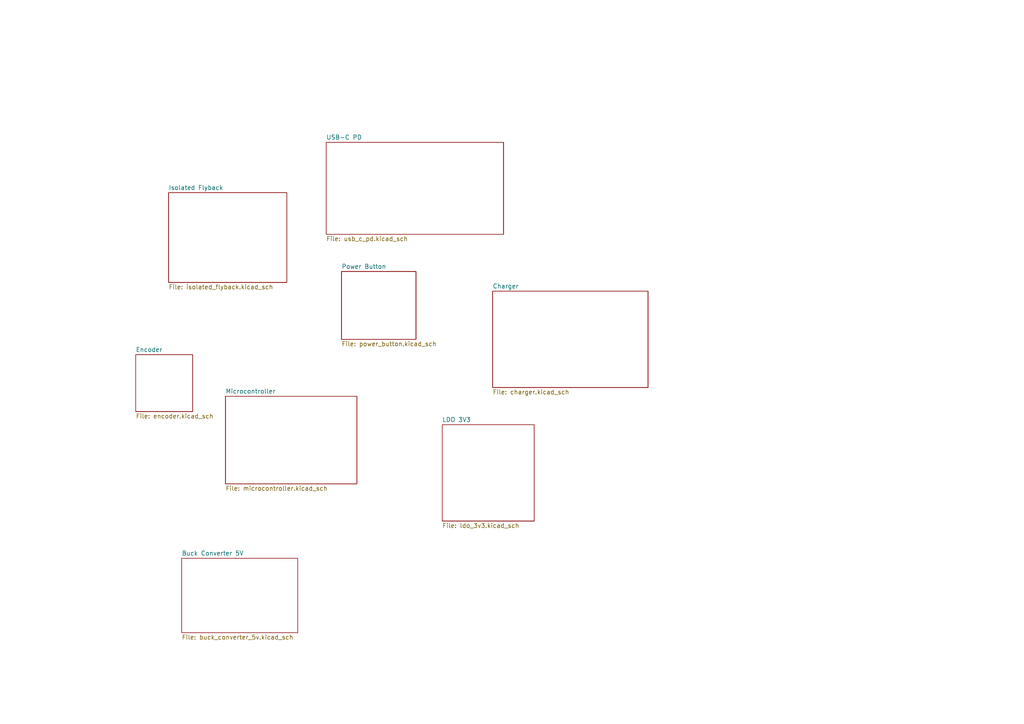
<source format=kicad_sch>
(kicad_sch
	(version 20250114)
	(generator "eeschema")
	(generator_version "9.0")
	(uuid "5caba13a-97ae-46d4-856f-900b12012fd8")
	(paper "A4")
	(lib_symbols)
	(sheet
		(at 128.27 123.19)
		(size 26.67 27.94)
		(exclude_from_sim no)
		(in_bom yes)
		(on_board yes)
		(dnp no)
		(fields_autoplaced yes)
		(stroke
			(width 0.1524)
			(type solid)
		)
		(fill
			(color 0 0 0 0.0000)
		)
		(uuid "1a4793e5-92d0-4710-847d-f210f4a65056")
		(property "Sheetname" "LDO 3V3"
			(at 128.27 122.4784 0)
			(effects
				(font
					(size 1.27 1.27)
				)
				(justify left bottom)
			)
		)
		(property "Sheetfile" "ldo_3v3.kicad_sch"
			(at 128.27 151.7146 0)
			(effects
				(font
					(size 1.27 1.27)
				)
				(justify left top)
			)
		)
		(instances
			(project "controller"
				(path "/5caba13a-97ae-46d4-856f-900b12012fd8"
					(page "9")
				)
			)
		)
	)
	(sheet
		(at 94.615 41.275)
		(size 51.435 26.67)
		(exclude_from_sim no)
		(in_bom yes)
		(on_board yes)
		(dnp no)
		(fields_autoplaced yes)
		(stroke
			(width 0.1524)
			(type solid)
		)
		(fill
			(color 0 0 0 0.0000)
		)
		(uuid "36295df0-8e81-41b3-8cd3-2cdd8b56207c")
		(property "Sheetname" "USB-C PD"
			(at 94.615 40.5634 0)
			(effects
				(font
					(size 1.27 1.27)
				)
				(justify left bottom)
			)
		)
		(property "Sheetfile" "usb_c_pd.kicad_sch"
			(at 94.615 68.5296 0)
			(effects
				(font
					(size 1.27 1.27)
				)
				(justify left top)
			)
		)
		(instances
			(project "controller"
				(path "/5caba13a-97ae-46d4-856f-900b12012fd8"
					(page "5")
				)
			)
		)
	)
	(sheet
		(at 48.895 55.88)
		(size 34.29 26.035)
		(exclude_from_sim no)
		(in_bom yes)
		(on_board yes)
		(dnp no)
		(fields_autoplaced yes)
		(stroke
			(width 0.1524)
			(type solid)
		)
		(fill
			(color 0 0 0 0.0000)
		)
		(uuid "3c6b0707-a67d-4a65-a38c-f4ab92a2c5a4")
		(property "Sheetname" "Isolated Flyback"
			(at 48.895 55.1684 0)
			(effects
				(font
					(size 1.27 1.27)
				)
				(justify left bottom)
			)
		)
		(property "Sheetfile" "isolated_flyback.kicad_sch"
			(at 48.895 82.4996 0)
			(effects
				(font
					(size 1.27 1.27)
				)
				(justify left top)
			)
		)
		(instances
			(project "controller"
				(path "/5caba13a-97ae-46d4-856f-900b12012fd8"
					(page "2")
				)
			)
		)
	)
	(sheet
		(at 65.405 114.935)
		(size 38.1 25.4)
		(exclude_from_sim no)
		(in_bom yes)
		(on_board yes)
		(dnp no)
		(fields_autoplaced yes)
		(stroke
			(width 0.1524)
			(type solid)
		)
		(fill
			(color 0 0 0 0.0000)
		)
		(uuid "656fb25c-ff6c-44f4-9a62-a4f6fe4240ec")
		(property "Sheetname" "Microcontroller"
			(at 65.405 114.2234 0)
			(effects
				(font
					(size 1.27 1.27)
				)
				(justify left bottom)
			)
		)
		(property "Sheetfile" "microcontroller.kicad_sch"
			(at 65.405 140.9196 0)
			(effects
				(font
					(size 1.27 1.27)
				)
				(justify left top)
			)
		)
		(instances
			(project "controller"
				(path "/5caba13a-97ae-46d4-856f-900b12012fd8"
					(page "3")
				)
			)
		)
	)
	(sheet
		(at 39.37 102.87)
		(size 16.51 16.51)
		(exclude_from_sim no)
		(in_bom yes)
		(on_board yes)
		(dnp no)
		(fields_autoplaced yes)
		(stroke
			(width 0.1524)
			(type solid)
		)
		(fill
			(color 0 0 0 0.0000)
		)
		(uuid "9d0a88ee-2aef-4cfe-9674-1a031a786ca9")
		(property "Sheetname" "Encoder"
			(at 39.37 102.1584 0)
			(effects
				(font
					(size 1.27 1.27)
				)
				(justify left bottom)
			)
		)
		(property "Sheetfile" "encoder.kicad_sch"
			(at 39.37 119.9646 0)
			(effects
				(font
					(size 1.27 1.27)
				)
				(justify left top)
			)
		)
		(instances
			(project "controller"
				(path "/5caba13a-97ae-46d4-856f-900b12012fd8"
					(page "7")
				)
			)
		)
	)
	(sheet
		(at 142.875 84.455)
		(size 45.085 27.94)
		(exclude_from_sim no)
		(in_bom yes)
		(on_board yes)
		(dnp no)
		(fields_autoplaced yes)
		(stroke
			(width 0.1524)
			(type solid)
		)
		(fill
			(color 0 0 0 0.0000)
		)
		(uuid "abd51820-7208-42b0-b9f8-9a931d762a6f")
		(property "Sheetname" "Charger"
			(at 142.875 83.7434 0)
			(effects
				(font
					(size 1.27 1.27)
				)
				(justify left bottom)
			)
		)
		(property "Sheetfile" "charger.kicad_sch"
			(at 142.875 112.9796 0)
			(effects
				(font
					(size 1.27 1.27)
				)
				(justify left top)
			)
		)
		(instances
			(project "controller"
				(path "/5caba13a-97ae-46d4-856f-900b12012fd8"
					(page "4")
				)
			)
		)
	)
	(sheet
		(at 52.705 161.925)
		(size 33.655 21.59)
		(exclude_from_sim no)
		(in_bom yes)
		(on_board yes)
		(dnp no)
		(fields_autoplaced yes)
		(stroke
			(width 0.1524)
			(type solid)
		)
		(fill
			(color 0 0 0 0.0000)
		)
		(uuid "b034422d-7ead-4ba1-8965-68b1c7cd2df8")
		(property "Sheetname" "Buck Converter 5V"
			(at 52.705 161.2134 0)
			(effects
				(font
					(size 1.27 1.27)
				)
				(justify left bottom)
			)
		)
		(property "Sheetfile" "buck_converter_5v.kicad_sch"
			(at 52.705 184.0996 0)
			(effects
				(font
					(size 1.27 1.27)
				)
				(justify left top)
			)
		)
		(instances
			(project "controller"
				(path "/5caba13a-97ae-46d4-856f-900b12012fd8"
					(page "8")
				)
			)
		)
	)
	(sheet
		(at 99.06 78.74)
		(size 21.59 19.685)
		(exclude_from_sim no)
		(in_bom yes)
		(on_board yes)
		(dnp no)
		(fields_autoplaced yes)
		(stroke
			(width 0.1524)
			(type solid)
		)
		(fill
			(color 0 0 0 0.0000)
		)
		(uuid "e9c1830f-f16f-4f1e-b4e4-1e9230890439")
		(property "Sheetname" "Power Button"
			(at 99.06 78.0284 0)
			(effects
				(font
					(size 1.27 1.27)
				)
				(justify left bottom)
			)
		)
		(property "Sheetfile" "power_button.kicad_sch"
			(at 99.06 99.0096 0)
			(effects
				(font
					(size 1.27 1.27)
				)
				(justify left top)
			)
		)
		(instances
			(project "controller"
				(path "/5caba13a-97ae-46d4-856f-900b12012fd8"
					(page "6")
				)
			)
		)
	)
	(sheet_instances
		(path "/"
			(page "1")
		)
	)
	(embedded_fonts no)
)

</source>
